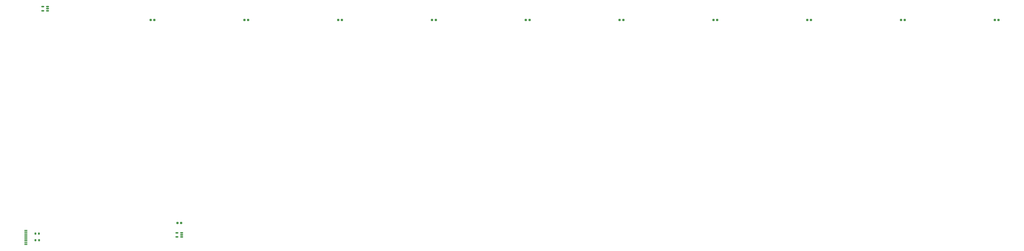
<source format=gbp>
%TF.GenerationSoftware,KiCad,Pcbnew,8.0.2*%
%TF.CreationDate,2024-06-11T18:45:27+02:00*%
%TF.ProjectId,chu_main,6368755f-6d61-4696-9e2e-6b696361645f,rev?*%
%TF.SameCoordinates,Original*%
%TF.FileFunction,Paste,Bot*%
%TF.FilePolarity,Positive*%
%FSLAX46Y46*%
G04 Gerber Fmt 4.6, Leading zero omitted, Abs format (unit mm)*
G04 Created by KiCad (PCBNEW 8.0.2) date 2024-06-11 18:45:27*
%MOMM*%
%LPD*%
G01*
G04 APERTURE LIST*
G04 Aperture macros list*
%AMRoundRect*
0 Rectangle with rounded corners*
0 $1 Rounding radius*
0 $2 $3 $4 $5 $6 $7 $8 $9 X,Y pos of 4 corners*
0 Add a 4 corners polygon primitive as box body*
4,1,4,$2,$3,$4,$5,$6,$7,$8,$9,$2,$3,0*
0 Add four circle primitives for the rounded corners*
1,1,$1+$1,$2,$3*
1,1,$1+$1,$4,$5*
1,1,$1+$1,$6,$7*
1,1,$1+$1,$8,$9*
0 Add four rect primitives between the rounded corners*
20,1,$1+$1,$2,$3,$4,$5,0*
20,1,$1+$1,$4,$5,$6,$7,0*
20,1,$1+$1,$6,$7,$8,$9,0*
20,1,$1+$1,$8,$9,$2,$3,0*%
G04 Aperture macros list end*
%ADD10RoundRect,0.150000X0.512500X0.150000X-0.512500X0.150000X-0.512500X-0.150000X0.512500X-0.150000X0*%
%ADD11R,1.450000X0.600000*%
%ADD12R,1.450000X0.300000*%
%ADD13RoundRect,0.237500X0.300000X0.237500X-0.300000X0.237500X-0.300000X-0.237500X0.300000X-0.237500X0*%
%ADD14RoundRect,0.200000X-0.200000X-0.275000X0.200000X-0.275000X0.200000X0.275000X-0.200000X0.275000X0*%
G04 APERTURE END LIST*
D10*
%TO.C,U8*%
X47693500Y-89584000D03*
X47693500Y-90534000D03*
X47693500Y-91484000D03*
X45418500Y-91484000D03*
X45418500Y-89584000D03*
%TD*%
%TO.C,U2*%
X109587250Y-194134000D03*
X109587250Y-195084000D03*
X109587250Y-196034000D03*
X107312250Y-196034000D03*
X107312250Y-194134000D03*
%TD*%
D11*
%TO.C,USB1*%
X37708500Y-199449000D03*
X37708500Y-198674000D03*
D12*
X37708500Y-197974000D03*
X37708500Y-197474000D03*
X37708500Y-196974000D03*
X37708500Y-196474000D03*
X37708500Y-195974000D03*
X37708500Y-195474000D03*
X37708500Y-194974000D03*
X37708500Y-194474000D03*
D11*
X37708500Y-193774000D03*
X37708500Y-192999000D03*
%TD*%
D13*
%TO.C,C8*%
X109312250Y-189584000D03*
X107587250Y-189584000D03*
%TD*%
%TO.C,C11*%
X486431000Y-95774000D03*
X484706000Y-95774000D03*
%TD*%
%TO.C,C7*%
X356603500Y-95774000D03*
X354878500Y-95774000D03*
%TD*%
%TO.C,C4*%
X226776000Y-95774000D03*
X225051000Y-95774000D03*
%TD*%
%TO.C,C5*%
X270051800Y-95774000D03*
X268326800Y-95774000D03*
%TD*%
%TO.C,C9*%
X399879300Y-95774000D03*
X398154300Y-95774000D03*
%TD*%
D14*
%TO.C,R1*%
X42081000Y-197494000D03*
X43731000Y-197494000D03*
%TD*%
D13*
%TO.C,C3*%
X183500200Y-95774000D03*
X181775200Y-95774000D03*
%TD*%
D14*
%TO.C,R2*%
X42041000Y-194504000D03*
X43691000Y-194504000D03*
%TD*%
D13*
%TO.C,C2*%
X140224300Y-95774000D03*
X138499300Y-95774000D03*
%TD*%
%TO.C,C6*%
X313327700Y-95774000D03*
X311602700Y-95774000D03*
%TD*%
%TO.C,C1*%
X96948500Y-95774000D03*
X95223500Y-95774000D03*
%TD*%
%TO.C,C10*%
X443155200Y-95774000D03*
X441430200Y-95774000D03*
%TD*%
M02*

</source>
